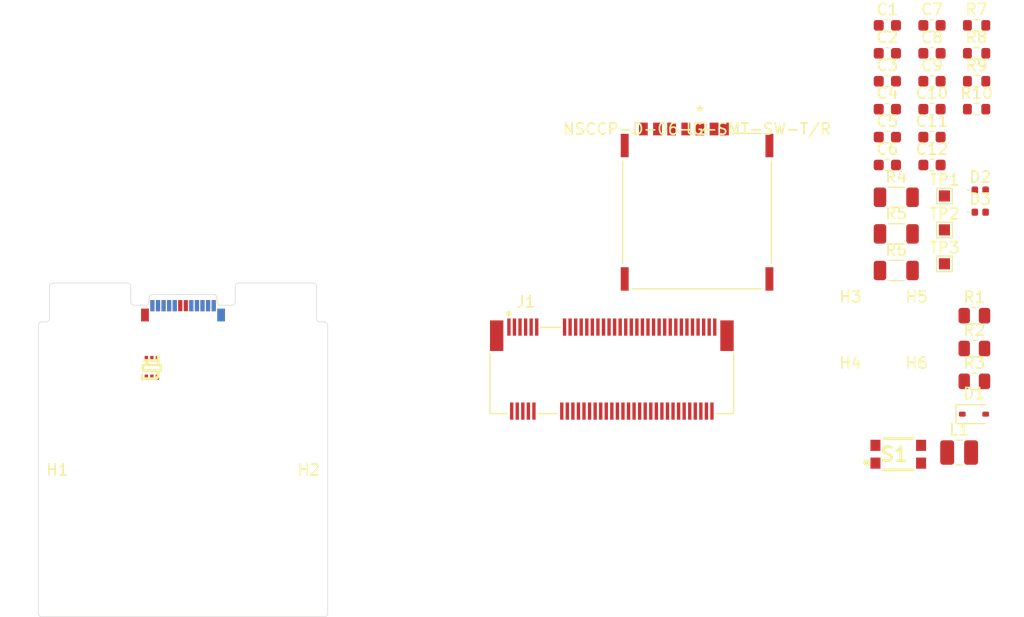
<source format=kicad_pcb>
(kicad_pcb (version 20221018) (generator pcbnew)
  (title_block (title "Expansion Card Template") (rev "X1") (company "Framework") (comment 1 "This work is licensed under a Creative Commons Attribution 4.0 International License") (comment 4 "https://frame.work"))
  (layers (0 "F.Cu" signal) (31 "B.Cu" signal) (34 "B.Paste" user) (35 "F.Paste" user) (36 "B.SilkS" user "B.Silkscreen") (37 "F.SilkS" user "F.Silkscreen") (38 "B.Mask" user) (39 "F.Mask" user) (44 "Edge.Cuts" user))
  (net 0 "")
  (net 1 "GND")
  (net 2 "+3.3V")
  (net 3 "VBUS")
  (net 4 "/UIM-RESET")
  (net 5 "/UIM-CLK")
  (net 6 "/UIM-DATA")
  (net 7 "/UIM-PWR")
  (net 8 "/RESET")
  (net 9 "Net-(D1-A)")
  (net 10 "Net-(D2-A)")
  (net 11 "/WWAN_ACTIVITY")
  (net 12 "Net-(D3-A)")
  (net 14 "Net-(J1-~{FULL_CARD_POWER_OFF})")
  (net 15 "/USB_D+")
  (net 17 "/USB_D-")
  (net 21 "Net-(J1-GPIO_11)")
  (net 54 "/SIM_DETECT")
  (net 58 "Net-(U1-SW)")
  (net 59 "Net-(P1-CC)")
  (net 61 "Net-(U1-FB)")
  (net 62 "Net-(U1-PG)")
  (net 63 "Net-(U2-I{slash}O)")
  (net 64 "Net-(U2-RST)")
  (net 65 "Net-(U2-CLK)")
  (footprint "Capacitor_SMD:C_0603_1608Metric" (layer "F.Cu") (at 207.305 116.4)
    (fp_text reference "C12" (at 0 -1.43) (layer "F.SilkS"))
    (fp_text value "33pF")
    (fp_line (start -0.14058 -0.51) (end 0.14058 -0.51) (stroke (width 0.12)) (layer "F.SilkS"))
    (fp_line (start -0.14058 0.51) (end 0.14058 0.51) (stroke (width 0.12)) (layer "F.SilkS"))
    (pad "1" smd roundrect (at -0.775 0) (size 0.9 0.95) (layers "F.Cu" "F.Paste" "F.Mask") (net 8 "/RESET"))
    (pad "2" smd roundrect (at 0.775 0) (size 0.9 0.95) (layers "F.Cu" "F.Paste" "F.Mask") (net 1 "GND"))
  )
  (footprint "Diode_SMD:D_SOD-323" (layer "F.Cu") (at 211.08 138.79)
    (fp_text reference "D1" (at 0 -1.85) (layer "F.SilkS"))
    (fp_text value "BAT20JFILM")
    (fp_line (start -1.61 -0.85) (end -1.61 0.85) (stroke (width 0.12)) (layer "F.SilkS"))
    (fp_line (start -1.61 -0.85) (end 1.05 -0.85) (stroke (width 0.12)) (layer "F.SilkS"))
    (fp_line (start -1.61 0.85) (end 1.05 0.85) (stroke (width 0.12)) (layer "F.SilkS"))
    (pad "1" smd roundrect (at -1.05 0) (size 0.6 0.45) (layers "F.Cu" "F.Paste" "F.Mask") (net 3 "VBUS"))
    (pad "2" smd roundrect (at 1.05 0) (size 0.6 0.45) (layers "F.Cu" "F.Paste" "F.Mask") (net 9 "Net-(D1-A)"))
  )
  (footprint "Connector_USB:USB_C_Plug_Molex_105444" (layer "F.Cu") (at 140.01 129)
    (fp_text reference "P1" hide)
    (fp_text value "USB_C_Plug_USB2.0" hide)
    (fp_line (start -3.36 0) (end -4.31 0) (stroke (width 0.05)) (layer "Edge.Cuts"))
    (fp_line (start -3.06 -0.66) (end -3.06 -0.3) (stroke (width 0.05)) (layer "Edge.Cuts"))
    (fp_line (start -2.76 -0.96) (end 2.74 -0.96) (stroke (width 0.05)) (layer "Edge.Cuts"))
    (fp_line (start 3.04 -0.66) (end 3.04 -0.3) (stroke (width 0.05)) (layer "Edge.Cuts"))
    (fp_line (start 3.34 0) (end 4.29 0) (stroke (width 0.05)) (layer "Edge.Cuts"))
    (fp_arc (start -3.06 -0.66) (mid -2.972132 -0.872132) (end -2.76 -0.96) (stroke (width 0.05)) (layer "Edge.Cuts"))
    (fp_arc (start -3.06 -0.3) (mid -3.147868 -0.087868) (end -3.36 0) (stroke (width 0.05)) (layer "Edge.Cuts"))
    (fp_arc (start 2.74 -0.96) (mid 2.952132 -0.872132) (end 3.04 -0.66) (stroke (width 0.05)) (layer "Edge.Cuts"))
    (fp_arc (start 3.34 0) (mid 3.127868 -0.087868) (end 3.04 -0.3) (stroke (width 0.05)) (layer "Edge.Cuts"))
    (pad "A1" smd rect (at -2.76 0.04) (size 0.38 1) (layers "F.Cu" "F.Paste" "F.Mask") (net 1 "GND"))
    (pad "A2" smd rect (at -2.26 0.04) (size 0.38 1) (layers "F.Cu" "F.Paste" "F.Mask"))
    (pad "A3" smd rect (at -1.76 0.04) (size 0.38 1) (layers "F.Cu" "F.Paste" "F.Mask"))
    (pad "A4" smd rect (at -1.26 0.04) (size 0.38 1) (layers "F.Cu" "F.Paste" "F.Mask") (net 9 "Net-(D1-A)"))
    (pad "A5" smd rect (at -0.76 0.04) (size 0.38 1) (layers "F.Cu" "F.Paste" "F.Mask") (net 59 "Net-(P1-CC)"))
    (pad "A6" smd rect (at -0.26 0.04) (size 0.38 1) (layers "F.Cu" "F.Paste" "F.Mask") (net 15 "/USB_D+"))
    (pad "A7" smd rect (at 0.24 0.04) (size 0.38 1) (layers "F.Cu" "F.Paste" "F.Mask") (net 17 "/USB_D-"))
    (pad "A8" smd rect (at 0.74 0.04) (size 0.38 1) (layers "F.Cu" "F.Paste" "F.Mask"))
    (pad "A9" smd rect (at 1.24 0.04) (size 0.38 1) (layers "F.Cu" "F.Paste" "F.Mask") (net 9 "Net-(D1-A)"))
    (pad "A10" smd rect (at 1.74 0.04) (size 0.38 1) (layers "F.Cu" "F.Paste" "F.Mask"))
    (pad "A11" smd rect (at 2.24 0.04) (size 0.38 1) (layers "F.Cu" "F.Paste" "F.Mask"))
    (pad "A12" smd rect (at 2.74 0.04) (size 0.38 1) (layers "F.Cu" "F.Paste" "F.Mask") (net 1 "GND"))
    (pad "B1" smd rect (at 2.74 0.04) (size 0.38 1) (layers "B.Cu" "B.Paste" "B.Mask") (net 1 "GND"))
    (pad "B2" smd rect (at 2.24 0.04) (size 0.38 1) (layers "B.Cu" "B.Paste" "B.Mask"))
    (pad "B3" smd rect (at 1.74 0.04) (size 0.38 1) (layers "B.Cu" "B.Paste" "B.Mask"))
    (pad "B4" smd rect (at 1.24 0.04) (size 0.38 1) (layers "B.Cu" "B.Paste" "B.Mask") (net 9 "Net-(D1-A)"))
    (pad "B5" smd rect (at 0.74 0.04) (size 0.38 1) (layers "B.Cu" "B.Paste" "B.Mask"))
    (pad "B8" smd rect (at -0.76 0.04) (size 0.38 1) (layers "B.Cu" "B.Paste" "B.Mask"))
    (pad "B9" smd rect (at -1.26 0.04) (size 0.38 1) (layers "B.Cu" "B.Paste" "B.Mask") (net 9 "Net-(D1-A)"))
    (pad "B10" smd rect (at -1.76 0.04) (size 0.38 1) (layers "B.Cu" "B.Paste" "B.Mask"))
    (pad "B11" smd rect (at -2.26 0.04) (size 0.38 1) (layers "B.Cu" "B.Paste" "B.Mask"))
    (pad "B12" smd rect (at -2.76 0.04) (size 0.38 1) (layers "B.Cu" "B.Paste" "B.Mask") (net 1 "GND"))
    (pad "S1" smd rect (at -3.43 0.88) (size 0.7 1.15) (layers "F.Cu" "F.Paste" "F.Mask") (net 1 "GND"))
    (pad "S1" smd rect (at 3.41 0.88) (size 0.7 1.15) (layers "B.Cu" "B.Paste" "B.Mask") (net 1 "GND"))
  )
  (footprint "TPS:SOTFL50P160X60-6N" (layer "F.Cu") (at 137.2 134.63 90)
    (fp_text reference "U1" (at 0 0 90) (layer "F.SilkS") (effects (font (size 1.27 1.27) (thickness 0.254))))
    (fp_text value "TPS62A02ADRLR" hide)
    (fp_line (start -1.075 -0.9) (end -0.6 -0.9) (stroke (width 0.2)) (layer "F.SilkS"))
    (fp_line (start -0.25 -0.8) (end 0.25 -0.8) (stroke (width 0.2)) (layer "F.SilkS"))
    (fp_line (start -0.25 0.8) (end -0.25 -0.8) (stroke (width 0.2)) (layer "F.SilkS"))
    (fp_line (start 0.25 -0.8) (end 0.25 0.8) (stroke (width 0.2)) (layer "F.SilkS"))
    (fp_line (start 0.25 0.8) (end -0.25 0.8) (stroke (width 0.2)) (layer "F.SilkS"))
    (pad "1" smd rect (at -0.838 -0.5 180) (size 0.3 0.475) (layers "F.Cu" "F.Paste" "F.Mask") (net 1 "GND"))
    (pad "2" smd rect (at -0.838 0 180) (size 0.3 0.475) (layers "F.Cu" "F.Paste" "F.Mask") (net 58 "Net-(U1-SW)"))
    (pad "3" smd rect (at -0.838 0.5 180) (size 0.3 0.475) (layers "F.Cu" "F.Paste" "F.Mask") (net 3 "VBUS"))
    (pad "4" smd rect (at 0.838 0.5 180) (size 0.3 0.475) (layers "F.Cu" "F.Paste" "F.Mask") (net 3 "VBUS"))
    (pad "5" smd rect (at 0.838 0 180) (size 0.3 0.475) (layers "F.Cu" "F.Paste" "F.Mask") (net 61 "Net-(U1-FB)"))
    (pad "6" smd rect (at 0.838 -0.5 180) (size 0.3 0.475) (layers "F.Cu" "F.Paste" "F.Mask") (net 62 "Net-(U1-PG)"))
  )
  (footprint "MountingHole:MountingHole_2.2mm_M2" (layer "F.Cu") (at 128.7 147)
    (fp_text reference "H1" (at 0 -3.2) (layer "F.SilkS"))
    (fp_text value "MountingHole")
    (pad "" np_thru_hole circle (at 0 0) (size 2.2 2.2) (drill 2.2) (layers "*.Cu" "*.Mask"))
  )
  (footprint "Resistor_SMD:R_0805_2012Metric" (layer "F.Cu") (at 211.115 132.89)
    (fp_text reference "R2" (at 0 -1.65) (layer "F.SilkS"))
    (fp_text value "100kR")
    (fp_line (start -0.227064 -0.735) (end 0.227064 -0.735) (stroke (width 0.12)) (layer "F.SilkS"))
    (fp_line (start -0.227064 0.735) (end 0.227064 0.735) (stroke (width 0.12)) (layer "F.SilkS"))
    (pad "1" smd roundrect (at -0.9125 0) (size 1.025 1.4) (layers "F.Cu" "F.Paste" "F.Mask") (roundrect_rratio 0.243902) (net 61 "Net-(U1-FB)"))
    (pad "2" smd roundrect (at 0.9125 0) (size 1.025 1.4) (layers "F.Cu" "F.Paste" "F.Mask") (roundrect_rratio 0.243902) (net 1 "GND"))
  )
  (footprint "MountingHole:MountingHole_2.2mm_M2" (layer "F.Cu") (at 151.3 147)
    (fp_text reference "H2" (at 0 -3.2) (layer "F.SilkS"))
    (fp_text value "MountingHole")
    (pad "" np_thru_hole circle (at 0 0) (size 2.2 2.2) (drill 2.2) (layers "*.Cu" "*.Mask"))
  )
  (footprint "Resistor_SMD:R_1206_3216Metric" (layer "F.Cu") (at 204.095 125.88)
    (fp_text reference "R6" (at 0 -1.82) (layer "F.SilkS"))
    (fp_text value "47R")
    (fp_line (start -0.727064 -0.91) (end 0.727064 -0.91) (stroke (width 0.12)) (layer "F.SilkS"))
    (fp_line (start -0.727064 0.91) (end 0.727064 0.91) (stroke (width 0.12)) (layer "F.SilkS"))
    (pad "1" smd roundrect (at -1.4625 0) (size 1.125 1.75) (layers "F.Cu" "F.Paste" "F.Mask") (roundrect_rratio 0.222222) (net 65 "Net-(U2-CLK)"))
    (pad "2" smd roundrect (at 1.4625 0) (size 1.125 1.75) (layers "F.Cu" "F.Paste" "F.Mask") (roundrect_rratio 0.222222) (net 5 "/UIM-CLK"))
  )
  (footprint "Capacitor_SMD:C_0603_1608Metric" (layer "F.Cu") (at 203.295 111.38)
    (fp_text reference "C4" (at 0 -1.43) (layer "F.SilkS"))
    (fp_text value "33pF")
    (fp_line (start -0.14058 -0.51) (end 0.14058 -0.51) (stroke (width 0.12)) (layer "F.SilkS"))
    (fp_line (start -0.14058 0.51) (end 0.14058 0.51) (stroke (width 0.12)) (layer "F.SilkS"))
    (pad "1" smd roundrect (at -0.775 0) (size 0.9 0.95) (layers "F.Cu" "F.Paste" "F.Mask") (net 1 "GND"))
    (pad "2" smd roundrect (at 0.775 0) (size 0.9 0.95) (layers "F.Cu" "F.Paste" "F.Mask") (net 5 "/UIM-CLK"))
  )
  (footprint "TestPoint:TestPoint_Pad_1.0x1.0mm" (layer "F.Cu") (at 208.425 119.18)
    (fp_text reference "TP1" (at 0 -1.448) (layer "F.SilkS"))
    (fp_text value "VCC")
    (fp_line (start -0.7 -0.7) (end 0.7 -0.7) (stroke (width 0.12)) (layer "F.SilkS"))
    (fp_line (start -0.7 0.7) (end -0.7 -0.7) (stroke (width 0.12)) (layer "F.SilkS"))
    (fp_line (start 0.7 -0.7) (end 0.7 0.7) (stroke (width 0.12)) (layer "F.SilkS"))
    (fp_line (start 0.7 0.7) (end -0.7 0.7) (stroke (width 0.12)) (layer "F.SilkS"))
    (pad "1" smd rect (at 0 0) (size 1 1) (layers "F.Cu" "F.Mask") (net 2 "+3.3V"))
  )
  (footprint "MountingHole:MountingHole_2.2mm_M2" (layer "F.Cu") (at 205.935 137.39)
    (fp_text reference "H6" (at 0 -3.2) (layer "F.SilkS"))
    (fp_text value "MountingHole")
    (pad "" np_thru_hole circle (at 0 0) (size 2.2 2.2) (drill 2.2) (layers "*.Cu" "*.Mask"))
  )
  (footprint "NGFF:TE_2199119-3" (layer "F.Cu") (at 178.535 136.24)
    (fp_text reference "J1" (at -7.734225 -7.543985) (layer "F.SilkS") (effects (font (size 1.001189 1.001189))))
    (fp_text value "Bus_M.2_Socket_B")
    (fp_line (start -10.95 -2.9) (end -10.95 2.5) (stroke (width 0.127)) (layer "F.SilkS"))
    (fp_line (start -10.95 2.5) (end -9.35 2.5) (stroke (width 0.127)) (layer "F.SilkS"))
    (fp_line (start -6.65 2.5) (end -4.85 2.5) (stroke (width 0.127)) (layer "F.SilkS"))
    (fp_line (start -4.6 -5.25) (end -6.4 -5.25) (stroke (width 0.127)) (layer "F.SilkS"))
    (fp_line (start 9.35 2.5) (end 10.95 2.5) (stroke (width 0.127)) (layer "F.SilkS"))
    (fp_line (start 10.95 2.5) (end 10.95 -2.9) (stroke (width 0.127)) (layer "F.SilkS"))
    (fp_circle (center -9.25 -6.5) (end -9.13 -6.5) (stroke (width 0.24)) (fill none) (layer "F.SilkS"))
    (pad "" np_thru_hole circle (at -10 0) (size 1.1 1.1) (drill 1.1) (layers "*.Cu" "*.Mask"))
    (pad "" np_thru_hole circle (at 10 0) (size 1.6 1.6) (drill 1.6) (layers "*.Cu" "*.Mask"))
    (pad "1" smd rect (at -9.25 -5.275) (size 0.3 1.55) (layers "F.Cu" "F.Paste" "F.Mask"))
    (pad "2" smd rect (at -9 2.275) (size 0.3 1.55) (layers "F.Cu" "F.Paste" "F.Mask") (net 2 "+3.3V"))
    (pad "3" smd rect (at -8.75 -5.275) (size 0.3 1.55) (layers "F.Cu" "F.Paste" "F.Mask") (net 1 "GND"))
    (pad "4" smd rect (at -8.5 2.275) (size 0.3 1.55) (layers "F.Cu" "F.Paste" "F.Mask") (net 2 "+3.3V"))
    (pad "5" smd rect (at -8.25 -5.275) (size 0.3 1.55) (layers "F.Cu" "F.Paste" "F.Mask") (net 1 "GND"))
    (pad "6" smd rect (at -8 2.275) (size 0.3 1.55) (layers "F.Cu" "F.Paste" "F.Mask") (net 14 "Net-(J1-~{FULL_CARD_POWER_OFF})"))
    (pad "7" smd rect (at -7.75 -5.275) (size 0.3 1.55) (layers "F.Cu" "F.Paste" "F.Mask") (net 15 "/USB_D+"))
    (pad "8" smd rect (at -7.5 2.275) (size 0.3 1.55) (layers "F.Cu" "F.Paste" "F.Mask"))
    (pad "9" smd rect (at -7.25 -5.275) (size 0.3 1.55) (layers "F.Cu" "F.Paste" "F.Mask") (net 17 "/USB_D-"))
    (pad "10" smd rect (at -7 2.275) (size 0.3 1.55) (layers "F.Cu" "F.Paste" "F.Mask") (net 11 "/WWAN_ACTIVITY"))
    (pad "11" smd rect (at -6.75 -5.275) (size 0.3 1.55) (layers "F.Cu" "F.Paste" "F.Mask") (net 1 "GND"))
    (pad "20" smd rect (at -4.5 2.275) (size 0.3 1.55) (layers "F.Cu" "F.Paste" "F.Mask"))
    (pad "21" smd rect (at -4.25 -5.275) (size 0.3 1.55) (layers "F.Cu" "F.Paste" "F.Mask"))
    (pad "22" smd rect (at -4 2.275) (size 0.3 1.55) (layers "F.Cu" "F.Paste" "F.Mask"))
    (pad "23" smd rect (at -3.75 -5.275) (size 0.3 1.55) (layers "F.Cu" "F.Paste" "F.Mask") (net 21 "Net-(J1-GPIO_11)"))
    (pad "24" smd rect (at -3.5 2.275) (size 0.3 1.55) (layers "F.Cu" "F.Paste" "F.Mask"))
    (pad "25" smd rect (at -3.25 -5.275) (size 0.3 1.55) (layers "F.Cu" "F.Paste" "F.Mask"))
    (pad "26" smd rect (at -3 2.275) (size 0.3 1.55) (layers "F.Cu" "F.Paste" "F.Mask"))
    (pad "27" smd rect (at -2.75 -5.275) (size 0.3 1.55) (layers "F.Cu" "F.Paste" "F.Mask") (net 1 "GND"))
    (pad "28" smd rect (at -2.5 2.275) (size 0.3 1.55) (layers "F.Cu" "F.Paste" "F.Mask"))
    (pad "29" smd rect (at -2.25 -5.275) (size 0.3 1.55) (layers "F.Cu" "F.Paste" "F.Mask"))
    (pad "30" smd rect (at -2 2.275) (size 0.3 1.55) (layers "F.Cu" "F.Paste" "F.Mask") (net 4 "/UIM-RESET"))
    (pad "31" smd rect (at -1.75 -5.275) (size 0.3 1.55) (layers "F.Cu" "F.Paste" "F.Mask"))
    (pad "32" smd rect (at -1.5 2.275) (size 0.3 1.55) (layers "F.Cu" "F.Paste" "F.Mask") (net 5 "/UIM-CLK"))
    (pad "33" smd rect (at -1.25 -5.275) (size 0.3 1.55) (layers "F.Cu" "F.Paste" "F.Mask") (net 1 "GND"))
    (pad "34" smd rect (at -1 2.275) (size 0.3 1.55) (layers "F.Cu" "F.Paste" "F.Mask") (net 6 "/UIM-DATA"))
    (pad "35" smd rect (at -0.75 -5.275) (size 0.3 1.55) (layers "F.Cu" "F.Paste" "F.Mask"))
    (pad "36" smd rect (at -0.5 2.275) (size 0.3 1.55) (layers "F.Cu" "F.Paste" "F.Mask") (net 7 "/UIM-PWR"))
    (pad "37" smd rect (at -0.25 -5.275) (size 0.3 1.55) (layers "F.Cu" "F.Paste" "F.Mask"))
    (pad "38" smd rect (at 0 2.275) (size 0.3 1.55) (layers "F.Cu" "F.Paste" "F.Mask"))
    (pad "39" smd rect (at 0.25 -5.275) (size 0.3 1.55) (layers "F.Cu" "F.Paste" "F.Mask") (net 1 "GND"))
    (pad "40" smd rect (at 0.5 2.275) (size 0.3 1.55) (layers "F.Cu" "F.Paste" "F.Mask"))
    (pad "41" smd rect (at 0.75 -5.275) (size 0.3 1.55) (layers "F.Cu" "F.Paste" "F.Mask"))
    (pad "42" smd rect (at 1 2.275) (size 0.3 1.55) (layers "F.Cu" "F.Paste" "F.Mask"))
    (pad "43" smd rect (at 1.25 -5.275) (size 0.3 1.55) (layers "F.Cu" "F.Paste" "F.Mask"))
    (pad "44" smd rect (at 1.5 2.275) (size 0.3 1.55) (layers "F.Cu" "F.Paste" "F.Mask"))
    (pad "45" smd rect (at 1.75 -5.275) (size 0.3 1.55) (layers "F.Cu" "F.Paste" "F.Mask") (net 1 "GND"))
    (pad "46" smd rect (at 2 2.275) (size 0.3 1.55) (layers "F.Cu" "F.Paste" "F.Mask"))
    (pad "47" smd rect (at 2.25 -5.275) (size 0.3 1.55) (layers "F.Cu" "F.Paste" "F.Mask"))
    (pad "48" smd rect (at 2.5 2.275) (size 0.3 1.55) (layers "F.Cu" "F.Paste" "F.Mask"))
    (pad "49" smd rect (at 2.75 -5.275) (size 0.3 1.55) (layers "F.Cu" "F.Paste" "F.Mask"))
    (pad "50" smd rect (at 3 2.275) (size 0.3 1.55) (layers "F.Cu" "F.Paste" "F.Mask"))
    (pad "51" smd rect (at 3.25 -5.275) (size 0.3 1.55) (layers "F.Cu" "F.Paste" "F.Mask") (net 1 "GND"))
    (pad "52" smd rect (at 3.5 2.275) (size 0.3 1.55) (layers "F.Cu" "F.Paste" "F.Mask"))
    (pad "53" smd rect (at 3.75 -5.275) (size 0.3 1.55) (layers "F.Cu" "F.Paste" "F.Mask"))
    (pad "54" smd rect (at 4 2.275) (size 0.3 1.55) (layers "F.Cu" "F.Paste" "F.Mask"))
    (pad "55" smd rect (at 4.25 -5.275) (size 0.3 1.55) (layers "F.Cu" "F.Paste" "F.Mask"))
    (pad "56" smd rect (at 4.5 2.275) (size 0.3 1.55) (layers "F.Cu" "F.Paste" "F.Mask"))
    (pad "57" smd rect (at 4.75 -5.275) (size 0.3 1.55) (layers "F.Cu" "F.Paste" "F.Mask") (net 1 "GND"))
    (pad "58" smd rect (at 5 2.275) (size 0.3 1.55) (layers "F.Cu" "F.Paste" "F.Mask"))
    (pad "59" smd rect (at 5.25 -5.275) (size 0.3 1.55) (layers "F.Cu" "F.Paste" "F.Mask"))
    (pad "60" smd rect (at 5.5 2.275) (size 0.3 1.55) (layers "F.Cu" "F.Paste" "F.Mask"))
    (pad "61" smd rect (at 5.75 -5.275) (size 0.3 1.55) (layers "F.Cu" "F.Paste" "F.Mask"))
    (pad "62" smd rect (at 6 2.275) (size 0.3 1.55) (layers "F.Cu" "F.Paste" "F.Mask"))
    (pad "63" smd rect (at 6.25 -5.275) (size 0.3 1.55) (layers "F.Cu" "F.Paste" "F.Mask"))
    (pad "64" smd rect (at 6.5 2.275) (size 0.3 1.55) (layers "F.Cu" "F.Paste" "F.Mask"))
    (pad "65" smd rect (at 6.75 -5.275) (size 0.3 1.55) (layers "F.Cu" "F.Paste" "F.Mask"))
    (pad "66" smd rect (at 7 2.275) (size 0.3 1.55) (layers "F.Cu" "F.Paste" "F.Mask") (net 54 "/SIM_DETECT"))
    (pad "67" smd rect (at 7.25 -5.275) (size 0.3 1.55) (layers "F.Cu" "F.Paste" "F.Mask") (net 8 "/RESET"))
    (pad "68" smd rect (at 7.5 2.275) (size 0.3 1.55) (layers "F.Cu" "F.Paste" "F.Mask"))
    (pad "69" smd rect (at 7.75 -5.275) (size 0.3 1.55) (layers "F.Cu" "F.Paste" "F.Mask"))
    (pad "70" smd rect (at 8 2.275) (size 0.3 1.55) (layers "F.Cu" "F.Paste" "F.Mask") (net 2 "+3.3V"))
    (pad "71" smd rect (at 8.25 -5.275) (size 0.3 1.55) (layers "F.Cu" "F.Paste" "F.Mask") (net 1 "GND"))
    (pad "72" smd rect (at 8.5 2.275) (size 0.3 1.55) (layers "F.Cu" "F.Paste" "F.Mask") (net 2 "+3.3V"))
    (pad "73" smd rect (at 8.75 -5.275) (size 0.3 1.55) (layers "F.Cu" "F.Paste" "F.Mask") (net 1 "GND"))
    (pad "74" smd rect (at 9 2.275) (size 0.3 1.55) (layers "F.Cu" "F.Paste" "F.Mask") (net 2 "+3.3V"))
    (pad "75" smd rect (at 9.25 -5.275) (size 0.3 1.55) (layers "F.Cu" "F.Paste" "F.Mask"))
    (pad "SH1" smd rect (at -10.35 -4.5) (size 1.2 2.75) (layers "F.Cu" "F.Paste" "F.Mask"))
    (pad "SH2" smd rect (at 10.35 -4.5) (size 1.2 2.75) (layers "F.Cu" "F.Paste" "F.Mask"))
  )
  (footprint "Capacitor_SMD:C_0603_1608Metric" (layer "F.Cu") (at 203.295 116.4)
    (fp_text reference "C6" (at 0 -1.43) (layer "F.SilkS"))
    (fp_text value "100nF")
    (fp_line (start -0.14058 -0.51) (end 0.14058 -0.51) (stroke (width 0.12)) (layer "F.SilkS"))
    (fp_line (start -0.14058 0.51) (end 0.14058 0.51) (stroke (width 0.12)) (layer "F.SilkS"))
    (pad "1" smd roundrect (at -0.775 0) (size 0.9 0.95) (layers "F.Cu" "F.Paste" "F.Mask") (net 1 "GND"))
    (pad "2" smd roundrect (at 0.775 0) (size 0.9 0.95) (layers "F.Cu" "F.Paste" "F.Mask") (net 7 "/UIM-PWR"))
  )
  (footprint "Diode_SMD:D_0402_1005Metric" (layer "F.Cu") (at 211.64 120.64)
    (fp_text reference "D3" (at 0 -1.17) (layer "F.SilkS"))
    (fp_text value "LED_WWAN")
    (fp_circle (center -1.09 0) (end -1.04 0) (stroke (width 0.1)) (fill none) (layer "F.SilkS"))
    (pad "1" smd roundrect (at -0.485 0) (size 0.59 0.64) (layers "F.Cu" "F.Paste" "F.Mask") (net 11 "/WWAN_ACTIVITY"))
    (pad "2" smd roundrect (at 0.485 0) (size 0.59 0.64) (layers "F.Cu" "F.Paste" "F.Mask") (net 12 "Net-(D3-A)"))
  )
  (footprint "TestPoint:TestPoint_Pad_1.0x1.0mm" (layer "F.Cu") (at 208.425 122.23)
    (fp_text reference "TP2" (at 0 -1.448) (layer "F.SilkS"))
    (fp_text value "Wake_WAN")
    (fp_line (start -0.7 -0.7) (end 0.7 -0.7) (stroke (width 0.12)) (layer "F.SilkS"))
    (fp_line (start -0.7 0.7) (end -0.7 -0.7) (stroke (width 0.12)) (layer "F.SilkS"))
    (fp_line (start 0.7 -0.7) (end 0.7 0.7) (stroke (width 0.12)) (layer "F.SilkS"))
    (fp_line (start 0.7 0.7) (end -0.7 0.7) (stroke (width 0.12)) (layer "F.SilkS"))
    (pad "1" smd rect (at 0 0) (size 1 1) (layers "F.Cu" "F.Mask") (net 21 "Net-(J1-GPIO_11)"))
  )
  (footprint "Capacitor_SMD:C_0603_1608Metric" (layer "F.Cu") (at 203.295 113.89)
    (fp_text reference "C5" (at 0 -1.43) (layer "F.SilkS"))
    (fp_text value "33pF")
    (fp_line (start -0.14058 -0.51) (end 0.14058 -0.51) (stroke (width 0.12)) (layer "F.SilkS"))
    (fp_line (start -0.14058 0.51) (end 0.14058 0.51) (stroke (width 0.12)) (layer "F.SilkS"))
    (pad "1" smd roundrect (at -0.775 0) (size 0.9 0.95) (layers "F.Cu" "F.Paste" "F.Mask") (net 1 "GND"))
    (pad "2" smd roundrect (at 0.775 0) (size 0.9 0.95) (layers "F.Cu" "F.Paste" "F.Mask") (net 6 "/UIM-DATA"))
  )
  (footprint "NSCCP-D-06-G-SMT-SW-T:NSCCP-D-06-G-SMT-SW-T&slash_R" (layer "F.Cu") (at 186.1942 120.544)
    (fp_text reference "U2" (at 0 -7.3787) (layer "F.SilkS"))
    (fp_text value "NSCCP-D-06-G-SMT-SW-T/R" (at 0 -7.3787) (layer "F.SilkS"))
    (fp_text user "*" (at 0.254 -8.89) (layer "F.SilkS"))
    (fp_text user "*" (at 0.254 -8.89) (layer "F.SilkS"))
    (fp_line (start -6.6802 -4.50596) (end -6.6802 4.70916) (stroke (width 0.12)) (layer "F.SilkS"))
    (fp_line (start -5.81406 6.985) (end 5.81406 6.985) (stroke (width 0.12)) (layer "F.SilkS"))
    (fp_line (start -5.55244 -6.985) (end -5.816248 -6.985) (stroke (width 0.12)) (layer "F.SilkS"))
    (fp_line (start 5.816248 -6.985) (end 3.19024 -6.985) (stroke (width 0.12)) (layer "F.SilkS"))
    (fp_line (start 6.6802 4.70916) (end 6.6802 -4.50596) (stroke (width 0.12)) (layer "F.SilkS"))
    (pad "" np_thru_hole circle (at -5.0038 4.8514) (size 0.762 0.762) (drill 0.762) (layers "*.Cu" "*.Mask"))
    (pad "" np_thru_hole circle (at 3.5052 4.8514) (size 0.762 0.762) (drill 0.762) (layers "*.Cu" "*.Mask"))
    (pad "8" smd rect (at -6.5024 -5.8928) (size 0.7112 2.1082) (layers "F.Cu" "F.Paste" "F.Mask"))
    (pad "9" smd rect (at 6.5024 -5.8928) (size 0.7112 2.1082) (layers "F.Cu" "F.Paste" "F.Mask"))
    (pad "10" smd rect (at -6.5024 6.096) (size 0.7112 2.1082) (layers "F.Cu" "F.Paste" "F.Mask"))
    (pad "11" smd rect (at 6.5024 6.096) (size 0.7112 2.1082) (layers "F.Cu" "F.Paste" "F.Mask"))
    (pad "C1" smd rect (at 0.254 -7.3787) (size 0.7874 1.143) (layers "F.Cu" "F.Paste" "F.Mask") (net 7 "/UIM-PWR"))
    (pad "C2" smd rect (at -2.286 -7.3787) (size 0.7874 1.143) (layers "F.Cu" "F.Paste" "F.Mask") (net 64 "Net-(U2-RST)"))
    (pad "C3" smd rect (at -4.826 -7.3787) (size 0.7874 1.143) (layers "F.Cu" "F.Paste" "F.Mask") (net 65 "Net-(U2-CLK)"))
    (pad "C5" smd rect (at 1.524 -7.3787) (size 0.7874 1.143) (layers "F.Cu" "F.Paste" "F.Mask") (net 1 "GND"))
    (pad "C6" smd rect (at -1.016 -7.3787) (size 0.7874 1.143) (layers "F.Cu" "F.Paste" "F.Mask"))
    (pad "C7" smd rect (at -3.556 -7.3787) (size 0.7874 1.143) (layers "F.Cu" "F.Paste" "F.Mask") (net 63 "Net-(U2-I{slash}O)"))
    (pad "CD" smd rect (at 2.4638 -7.3787) (size 0.7874 1.143) (layers "F.Cu" "F.Paste" "F.Mask") (net 54 "/SIM_DETECT"))
  )
  (footprint "Resistor_SMD:R_1206_3216Metric" (layer "F.Cu") (at 204.095 119.3)
    (fp_text reference "R4" (at 0 -1.82) (layer "F.SilkS"))
    (fp_text value "47R")
    (fp_line (start -0.727064 -0.91) (end 0.727064 -0.91) (stroke (width 0.12)) (layer "F.SilkS"))
    (fp_line (start -0.727064 0.91) (end 0.727064 0.91) (stroke (width 0.12)) (layer "F.SilkS"))
    (pad "1" smd roundrect (at -1.4625 0) (size 1.125 1.75) (layers "F.Cu" "F.Paste" "F.Mask") (roundrect_rratio 0.222222) (net 63 "Net-(U2-I{slash}O)"))
    (pad "2" smd roundrect (at 1.4625 0) (size 1.125 1.75) (layers "F.Cu" "F.Paste" "F.Mask") (roundrect_rratio 0.222222) (net 6 "/UIM-DATA"))
  )
  (footprint "Capacitor_SMD:C_0603_1608Metric" (layer "F.Cu") (at 207.305 111.38)
    (fp_text reference "C10" (at 0 -1.43) (layer "F.SilkS"))
    (fp_text value "33pF")
    (fp_line (start -0.14058 -0.51) (end 0.14058 -0.51) (stroke (width 0.12)) (layer "F.SilkS"))
    (fp_line (start -0.14058 0.51) (end 0.14058 0.51) (stroke (width 0.12)) (layer "F.SilkS"))
    (pad "1" smd roundrect (at -0.775 0) (size 0.9 0.95) (layers "F.Cu" "F.Paste" "F.Mask") (net 2 "+3.3V"))
    (pad "2" smd roundrect (at 0.775 0) (size 0.9 0.95) (layers "F.Cu" "F.Paste" "F.Mask") (net 1 "GND"))
  )
  (footprint "Capacitor_SMD:C_0603_1608Metric" (layer "F.Cu") (at 207.305 108.87)
    (fp_text reference "C9" (at 0 -1.43) (layer "F.SilkS"))
    (fp_text value "100nF")
    (fp_line (start -0.14058 -0.51) (end 0.14058 -0.51) (stroke (width 0.12)) (layer "F.SilkS"))
    (fp_line (start -0.14058 0.51) (end 0.14058 0.51) (stroke (width 0.12)) (layer "F.SilkS"))
    (pad "1" smd roundrect (at -0.775 0) (size 0.9 0.95) (layers "F.Cu" "F.Paste" "F.Mask") (net 2 "+3.3V"))
    (pad "2" smd roundrect (at 0.775 0) (size 0.9 0.95) (layers "F.Cu" "F.Paste" "F.Mask") (net 1 "GND"))
  )
  (footprint "Capacitor_SMD:C_0603_1608Metric" (layer "F.Cu") (at 203.295 106.36)
    (fp_text reference "C2" (at 0 -1.43) (layer "F.SilkS"))
    (fp_text value "4.7uF")
    (fp_line (start -0.14058 -0.51) (end 0.14058 -0.51) (stroke (width 0.12)) (layer "F.SilkS"))
    (fp_line (start -0.14058 0.51) (end 0.14058 0.51) (stroke (width 0.12)) (layer "F.SilkS"))
    (pad "1" smd roundrect (at -0.775 0) (size 0.9 0.95) (layers "F.Cu" "F.Paste" "F.Mask") (net 3 "VBUS"))
    (pad "2" smd roundrect (at 0.775 0) (size 0.9 0.95) (layers "F.Cu" "F.Paste" "F.Mask") (net 1 "GND"))
  )
  (footprint "Resistor_SMD:R_0603_1608Metric" (layer "F.Cu") (at 211.315 103.85)
    (fp_text reference "R7" (at 0 -1.43) (layer "F.SilkS"))
    (fp_text value "330R")
    (fp_line (start -0.237258 -0.5225) (end 0.237258 -0.5225) (stroke (width 0.12)) (layer "F.SilkS"))
    (fp_line (start -0.237258 0.5225) (end 0.237258 0.5225) (stroke (width 0.12)) (layer "F.SilkS"))
    (pad "1" smd roundrect (at -0.825 0) (size 0.8 0.95) (layers "F.Cu" "F.Paste" "F.Mask") (net 2 "+3.3V"))
    (pad "2" smd roundrect (at 0.825 0) (size 0.8 0.95) (layers "F.Cu" "F.Paste" "F.Mask") (net 12 "Net-(D3-A)"))
  )
  (footprint "Resistor_SMD:R_1206_3216Metric" (layer "F.Cu") (at 204.095 122.59)
    (fp_text reference "R5" (at 0 -1.82) (layer "F.SilkS"))
    (fp_text value "47R")
    (fp_line (start -0.727064 -0.91) (end 0.727064 -0.91) (stroke (width 0.12)) (layer "F.SilkS"))
    (fp_line (start -0.727064 0.91) (end 0.727064 0.91) (stroke (width 0.12)) (layer "F.SilkS"))
    (pad "1" smd roundrect (at -1.4625 0) (size 1.125 1.75) (layers "F.Cu" "F.Paste" "F.Mask") (roundrect_rratio 0.222222) (net 64 "Net-(U2-RST)"))
    (pad "2" smd roundrect (at 1.4625 0) (size 1.125 1.75) (layers "F.Cu" "F.Paste" "F.Mask") (roundrect_rratio 0.222222) (net 4 "/UIM-RESET"))
  )
  (footprint "Capacitor_SMD:C_0603_1608Metric" (layer "F.Cu") (at 207.305 103.85)
    (fp_text reference "C7" (at 0 -1.43) (layer "F.SilkS"))
    (fp_text value "100uF")
    (fp_line (start -0.14058 -0.51) (end 0.14058 -0.51) (stroke (width 0.12)) (layer "F.SilkS"))
    (fp_line (start -0.14058 0.51) (end 0.14058 0.51) (stroke (width 0.12)) (layer "F.SilkS"))
    (pad "1" smd roundrect (at -0.775 0) (size 0.9 0.95) (layers "F.Cu" "F.Paste" "F.Mask") (net 2 "+3.3V"))
    (pad "2" smd roundrect (at 0.775 0) (size 0.9 0.95) (layers "F.Cu" "F.Paste" "F.Mask") (net 1 "GND"))
  )
  (footprint "Resistor_SMD:R_0805_2012Metric" (layer "F.Cu") (at 211.115 135.84)
    (fp_text reference "R3" (at 0 -1.65) (layer "F.SilkS"))
    (fp_text value "499kR")
    (fp_line (start -0.227064 -0.735) (end 0.227064 -0.735) (stroke (width 0.12)) (layer "F.SilkS"))
    (fp_line (start -0.227064 0.735) (end 0.227064 0.735) (stroke (width 0.12)) (layer "F.SilkS"))
    (pad "1" smd roundrect (at -0.9125 0) (size 1.025 1.4) (layers "F.Cu" "F.Paste" "F.Mask") (roundrect_rratio 0.243902) (net 62 "Net-(U1-PG)"))
    (pad "2" smd roundrect (at 0.9125 0) (size 1.025 1.4) (layers "F.Cu" "F.Paste" "F.Mask") (roundrect_rratio 0.243902) (net 3 "VBUS"))
  )
  (footprint "Capacitor_SMD:C_0603_1608Metric" (layer "F.Cu") (at 203.295 108.87)
    (fp_text reference "C3" (at 0 -1.43) (layer "F.SilkS"))
    (fp_text value "33pF")
    (fp_line (start -0.14058 -0.51) (end 0.14058 -0.51) (stroke (width 0.12)) (layer "F.SilkS"))
    (fp_line (start -0.14058 0.51) (end 0.14058 0.51) (stroke (width 0.12)) (layer "F.SilkS"))
    (pad "1" smd roundrect (at -0.775 0) (size 0.9 0.95) (layers "F.Cu" "F.Paste" "F.Mask") (net 4 "/UIM-RESET"))
    (pad "2" smd roundrect (at 0.775 0) (size 0.9 0.95) (layers "F.Cu" "F.Paste" "F.Mask") (net 1 "GND"))
  )
  (footprint "MountingHole:MountingHole_2.2mm_M2" (layer "F.Cu") (at 199.985 137.39)
    (fp_text reference "H4" (at 0 -3.2) (layer "F.SilkS"))
    (fp_text value "MountingHole")
    (pad "" np_thru_hole circle (at 0 0) (size 2.2 2.2) (drill 2.2) (layers "*.Cu" "*.Mask"))
  )
  (footprint "Resistor_SMD:R_0603_1608Metric" (layer "F.Cu") (at 211.315 108.87)
    (fp_text reference "R9" (at 0 -1.43) (layer "F.SilkS"))
    (fp_text value "330R")
    (fp_line (start -0.237258 -0.5225) (end 0.237258 -0.5225) (stroke (width 0.12)) (layer "F.SilkS"))
    (fp_line (start -0.237258 0.5225) (end 0.237258 0.5225) (stroke (width 0.12)) (layer "F.SilkS"))
    (pad "1" smd roundrect (at -0.825 0) (size 0.8 0.95) (layers "F.Cu" "F.Paste" "F.Mask") (net 2 "+3.3V"))
    (pad "2" smd roundrect (at 0.825 0) (size 0.8 0.95) (layers "F.Cu" "F.Paste" "F.Mask") (net 14 "Net-(J1-~{FULL_CARD_POWER_OFF})"))
  )
  (footprint "TestPoint:TestPoint_Pad_1.0x1.0mm" (layer "F.Cu") (at 208.425 125.28)
    (fp_text reference "TP3" (at 0 -1.448) (layer "F.SilkS"))
    (fp_text value "PGOOD")
    (fp_line (start -0.7 -0.7) (end 0.7 -0.7) (stroke (width 0.12)) (layer "F.SilkS"))
    (fp_line (start -0.7 0.7) (end -0.7 -0.7) (stroke (width 0.12)) (layer "F.SilkS"))
    (fp_line (start 0.7 -0.7) (end 0.7 0.7) (stroke (width 0.12)) (layer "F.SilkS"))
    (fp_line (start 0.7 0.7) (end -0.7 0.7) (stroke (width 0.12)) (layer "F.SilkS"))
    (pad "1" smd rect (at 0 0) (size 1 1) (layers "F.Cu" "F.Mask") (net 62 "Net-(U1-PG)"))
  )
  (footprint "Inductor_SMD:L_1008_2520Metric" (layer "F.Cu") (at 209.745 142.24)
    (fp_text reference "L1" (at 0 -2.05) (layer "F.SilkS"))
    (fp_text value "1uH")
    (fp_line (start -0.261252 -1.11) (end 0.261252 -1.11) (stroke (width 0.12)) (layer "F.SilkS"))
    (fp_line (start -0.261252 1.11) (end 0.261252 1.11) (stroke (width 0.12)) (layer "F.SilkS"))
    (pad "1" smd roundrect (at -1.075 0) (size 1.25 2.2) (layers "F.Cu" "F.Paste" "F.Mask") (roundrect_rratio 0.2) (net 58 "Net-(U1-SW)"))
    (pad "2" smd roundrect (at 1.075 0) (size 1.25 2.2) (layers "F.Cu" "F.Paste" "F.Mask") (roundrect_rratio 0.2) (net 2 "+3.3V"))
  )
  (footprint "Resistor_SMD:R_0603_1608Metric" (layer "F.Cu") (at 211.315 111.38)
    (fp_text reference "R10" (at 0 -1.43) (layer "F.SilkS"))
    (fp_text value "5.1kR")
    (fp_line (start -0.237258 -0.5225) (end 0.237258 -0.5225) (stroke (width 0.12)) (layer "F.SilkS"))
    (fp_line (start -0.237258 0.5225) (end 0.237258 0.5225) (stroke (width 0.12)) (layer "F.SilkS"))
    (pad "1" smd roundrect (at -0.825 0) (size 0.8 0.95) (layers "F.Cu" "F.Paste" "F.Mask") (net 59 "Net-(P1-CC)"))
    (pad "2" smd roundrect (at 0.825 0) (size 0.8 0.95) (layers "F.Cu" "F.Paste" "F.Mask") (net 1 "GND"))
  )
  (footprint "MountingHole:MountingHole_2.2mm_M2" (layer "F.Cu") (at 199.985 131.44)
    (fp_text reference "H3" (at 0 -3.2) (layer "F.SilkS"))
    (fp_text value "MountingHole")
    (pad "" np_thru_hole circle (at 0 0) (size 2.2 2.2) (drill 2.2) (layers "*.Cu" "*.Mask"))
  )
  (footprint "Capacitor_SMD:C_0603_1608Metric" (layer "F.Cu") (at 207.305 113.89)
    (fp_text reference "C11" (at 0 -1.43) (layer "F.SilkS"))
    (fp_text value "10pF")
    (fp_line (start -0.14058 -0.51) (end 0.14058 -0.51) (stroke (width 0.12)) (layer "F.SilkS"))
    (fp_line (start -0.14058 0.51) (end 0.14058 0.51) (stroke (width 0.12)) (layer "F.SilkS"))
    (pad "1" smd roundrect (at -0.775 0) (size 0.9 0.95) (layers "F.Cu" "F.Paste" "F.Mask") (net 2 "+3.3V"))
    (pad "2" smd roundrect (at 0.775 0) (size 0.9 0.95) (layers "F.Cu" "F.Paste" "F.Mask") (net 1 "GND"))
  )
  (footprint "MountingHole:MountingHole_2.2mm_M2" (layer "F.Cu") (at 205.935 131.44)
    (fp_text reference "H5" (at 0 -3.2) (layer "F.SilkS"))
    (fp_text value "MountingHole")
    (pad "" np_thru_hole circle (at 0 0) (size 2.2 2.2) (drill 2.2) (layers "*.Cu" "*.Mask"))
  )
  (footprint "Capacitor_SMD:C_0603_1608Metric" (layer "F.Cu") (at 203.295 103.85)
    (fp_text reference "C1" (at 0 -1.43) (layer "F.SilkS"))
    (fp_text value "22uF")
    (fp_line (start -0.14058 -0.51) (end 0.14058 -0.51) (stroke (width 0.12)) (layer "F.SilkS"))
    (fp_line (start -0.14058 0.51) (end 0.14058 0.51) (stroke (width 0.12)) (layer "F.SilkS"))
    (pad "1" smd roundrect (at -0.775 0) (size 0.9 0.95) (layers "F.Cu" "F.Paste" "F.Mask") (net 2 "+3.3V"))
    (pad "2" smd roundrect (at 0.775 0) (size 0.9 0.95) (layers "F.Cu" "F.Paste" "F.Mask") (net 1 "GND"))
  )
  (footprint "Resistor_SMD:R_0805_2012Metric" (layer "F.Cu") (at 211.115 129.94)
    (fp_text reference "R1" (at 0 -1.65) (layer "F.SilkS"))
    (fp_text value "450kR")
    (fp_line (start -0.227064 -0.735) (end 0.227064 -0.735) (stroke (width 0.12)) (layer "F.SilkS"))
    (fp_line (start -0.227064 0.735) (end 0.227064 0.735) (stroke (width 0.12)) (layer "F.SilkS"))
    (pad "1" smd roundrect (at -0.9125 0) (size 1.025 1.4) (layers "F.Cu" "F.Paste" "F.Mask") (roundrect_rratio 0.243902) (net 2 "+3.3V"))
    (pad "2" smd roundrect (at 0.9125 0) (size 1.025 1.4) (layers "F.Cu" "F.Paste" "F.Mask") (roundrect_rratio 0.243902) (net 61 "Net-(U1-FB)"))
  )
  (footprint "Diode_SMD:D_0402_1005Metric" (layer "F.Cu") (at 211.64 118.65)
    (fp_text reference "D2" (at 0 -1.17) (layer "F.SilkS"))
    (fp_text value "LED_VCC")
    (fp_circle (center -1.09 0) (end -1.04 0) (stroke (width 0.1)) (fill none) (layer "F.SilkS"))
    (pad "1" smd roundrect (at -0.485 0) (size 0.59 0.64) (layers "F.Cu" "F.Paste" "F.Mask") (net 1 "GND"))
    (pad "2" smd roundrect (at 0.485 0) (size 0.59 0.64) (layers "F.Cu" "F.Paste" "F.Mask") (net 10 "Net-(D2-A)"))
  )
  (footprint "Capacitor_SMD:C_0603_1608Metric" (layer "F.Cu") (at 207.305 106.36)
    (fp_text reference "C8" (at 0 -1.43) (layer "F.SilkS"))
    (fp_text value "1uF")
    (fp_line (start -0.14058 -0.51) (end 0.14058 -0.51) (stroke (width 0.12)) (layer "F.SilkS"))
    (fp_line (start -0.14058 0.51) (end 0.14058 0.51) (stroke (width 0.12)) (layer "F.SilkS"))
    (pad "1" smd roundrect (at -0.775 0) (size 0.9 0.95) (layers "F.Cu" "F.Paste" "F.Mask") (net 2 "+3.3V"))
    (pad "2" smd roundrect (at 0.775 0) (size 0.9 0.95) (layers "F.Cu" "F.Paste" "F.Mask") (net 1 "GND"))
  )
  (footprint "KMR:KMR2_1" (layer "F.Cu") (at 204.275 142.392)
    (fp_text reference "S1" (at -0.36915 0.01236) (layer "F.SilkS") (effects (font (size 1.27 1.27) (thickness 0.254))))
    (fp_text value "KMR221GLFS" hide)
    (fp_line (start -1.3 -1.4) (end 1.3 -1.4) (stroke (width 0.254)) (layer "F.SilkS"))
    (fp_line (start -1.3 1.4) (end 1.3 1.4) (stroke (width 0.254)) (layer "F.SilkS"))
    (fp_circle (center -2.851 0.748) (end -2.851 0.785) (stroke (width 0.254)) (fill none) (layer "F.SilkS"))
    (pad "1" smd rect (at -2.05 0.8) (size 0.9 1) (layers "F.Cu" "F.Paste" "F.Mask") (net 8 "/RESET"))
    (pad "2" smd rect (at 2.05 0.8) (size 0.9 1) (layers "F.Cu" "F.Paste" "F.Mask"))
    (pad "3" smd rect (at 2.05 -0.8) (size 0.9 1) (layers "F.Cu" "F.Paste" "F.Mask") (net 1 "GND"))
    (pad "4" smd rect (at -2.05 -0.8) (size 0.9 1) (layers "F.Cu" "F.Paste" "F.Mask"))
  )
  (footprint "Resistor_SMD:R_0603_1608Metric" (layer "F.Cu") (at 211.315 106.36)
    (fp_text reference "R8" (at 0 -1.43) (layer "F.SilkS"))
    (fp_text value "330R")
    (fp_line (start -0.237258 -0.5225) (end 0.237258 -0.5225) (stroke (width 0.12)) (layer "F.SilkS"))
    (fp_line (start -0.237258 0.5225) (end 0.237258 0.5225) (stroke (width 0.12)) (layer "F.SilkS"))
    (pad "1" smd roundrect (at -0.825 0) (size 0.8 0.95) (layers "F.Cu" "F.Paste" "F.Mask") (net 2 "+3.3V"))
    (pad "2" smd roundrect (at 0.825 0) (size 0.8 0.95) (layers "F.Cu" "F.Paste" "F.Mask") (net 10 "Net-(D2-A)"))
  )
  (gr_line (start 153 130.8) (end 153 156.7) (stroke (width 0.05)) (layer "Edge.Cuts"))
  (gr_line (start 127.3 157) (end 152.7 157) (stroke (width 0.05)) (layer "Edge.Cuts"))
  (gr_arc (start 144.7 128.7) (mid 144.612132 128.912132) (end 144.4 129) (stroke (width 0.05)) (layer "Edge.Cuts"))
  (gr_arc (start 135 127) (mid 135.212132 127.087868) (end 135.3 127.3) (stroke (width 0.05)) (layer "Edge.Cuts"))
  (gr_line (start 144.7 128.7) (end 144.7 127.3) (stroke (width 0.05)) (layer "Edge.Cuts"))
  (gr_arc (start 144.7 127.3) (mid 144.787868 127.087868) (end 145 127) (stroke (width 0.05)) (layer "Edge.Cuts"))
  (gr_line (start 135 127) (end 128.3 127) (stroke (width 0.05)) (layer "Edge.Cuts"))
  (gr_line (start 145 127) (end 151.7 127) (stroke (width 0.05)) (layer "Edge.Cuts"))
  (gr_arc (start 127.3 157) (mid 127.087868 156.912132) (end 127 156.7) (stroke (width 0.05)) (layer "Edge.Cuts"))
  (gr_arc (start 128 127.3) (mid 128.087868 127.087868) (end 128.3 127) (stroke (width 0.05)) (layer "Edge.Cuts"))
  (gr_line (start 128 130.2) (end 128 127.3) (stroke (width 0.05)) (layer "Edge.Cuts"))
  (gr_arc (start 128 130.2) (mid 127.912132 130.412132) (end 127.7 130.5) (stroke (width 0.05)) (layer "Edge.Cuts"))
  (gr_arc (start 127 130.8) (mid 127.087868 130.587868) (end 127.3 130.5) (stroke (width 0.05)) (layer "Edge.Cuts"))
  (gr_line (start 127.3 130.5) (end 127.7 130.5) (stroke (width 0.05)) (layer "Edge.Cuts"))
  (gr_line (start 152 130.2) (end 152 127.3) (stroke (width 0.05)) (layer "Edge.Cuts"))
  (gr_arc (start 152.7 130.5) (mid 152.912132 130.587868) (end 153 130.8) (stroke (width 0.05)) (layer "Edge.Cuts"))
  (gr_arc (start 152.3 130.5) (mid 152.087868 130.412132) (end 152 130.2) (stroke (width 0.05)) (layer "Edge.Cuts"))
  (gr_line (start 152.3 130.5) (end 152.7 130.5) (stroke (width 0.05)) (layer "Edge.Cuts"))
  (gr_line (start 135.3 128.7) (end 135.3 127.3) (stroke (width 0.05)) (layer "Edge.Cuts"))
  (gr_line (start 135.6 129) (end 135.7 129) (stroke (width 0.05)) (layer "Edge.Cuts"))
  (gr_arc (start 153 156.7) (mid 152.912132 156.912132) (end 152.7 157) (stroke (width 0.05)) (layer "Edge.Cuts"))
  (gr_line (start 127 130.8) (end 127 156.7) (stroke (width 0.05)) (layer "Edge.Cuts"))
  (gr_arc (start 135.6 129) (mid 135.387868 128.912132) (end 135.3 128.7) (stroke (width 0.05)) (layer "Edge.Cuts"))
  (gr_line (start 144.3 129) (end 144.4 129) (stroke (width 0.05)) (layer "Edge.Cuts"))
  (gr_arc (start 151.7 127) (mid 151.912132 127.087868) (end 152 127.3) (stroke (width 0.05)) (layer "Edge.Cuts"))
)
</source>
